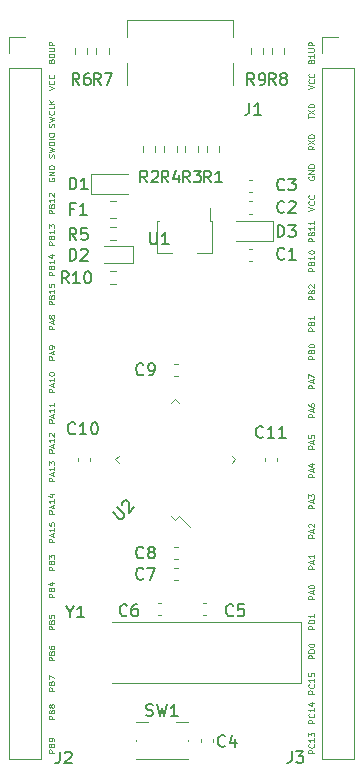
<source format=gto>
G04 #@! TF.GenerationSoftware,KiCad,Pcbnew,5.1.8+dfsg1-1~bpo10+1*
G04 #@! TF.CreationDate,2020-12-07T14:22:28+08:00*
G04 #@! TF.ProjectId,stm32-io-extend,73746d33-322d-4696-9f2d-657874656e64,rev?*
G04 #@! TF.SameCoordinates,PX7d21b10PY76ffde0*
G04 #@! TF.FileFunction,Legend,Top*
G04 #@! TF.FilePolarity,Positive*
%FSLAX46Y46*%
G04 Gerber Fmt 4.6, Leading zero omitted, Abs format (unit mm)*
G04 Created by KiCad (PCBNEW 5.1.8+dfsg1-1~bpo10+1) date 2020-12-07 14:22:28*
%MOMM*%
%LPD*%
G01*
G04 APERTURE LIST*
%ADD10C,0.100000*%
%ADD11C,0.120000*%
%ADD12C,0.150000*%
G04 APERTURE END LIST*
D10*
X26696190Y1422858D02*
X26196190Y1422858D01*
X26196190Y1613334D01*
X26220000Y1660953D01*
X26243809Y1684762D01*
X26291428Y1708572D01*
X26362857Y1708572D01*
X26410476Y1684762D01*
X26434285Y1660953D01*
X26458095Y1613334D01*
X26458095Y1422858D01*
X26648571Y2208572D02*
X26672380Y2184762D01*
X26696190Y2113334D01*
X26696190Y2065715D01*
X26672380Y1994286D01*
X26624761Y1946667D01*
X26577142Y1922858D01*
X26481904Y1899048D01*
X26410476Y1899048D01*
X26315238Y1922858D01*
X26267619Y1946667D01*
X26220000Y1994286D01*
X26196190Y2065715D01*
X26196190Y2113334D01*
X26220000Y2184762D01*
X26243809Y2208572D01*
X26696190Y2684762D02*
X26696190Y2399048D01*
X26696190Y2541905D02*
X26196190Y2541905D01*
X26267619Y2494286D01*
X26315238Y2446667D01*
X26339047Y2399048D01*
X26196190Y2851429D02*
X26196190Y3160953D01*
X26386666Y2994286D01*
X26386666Y3065715D01*
X26410476Y3113334D01*
X26434285Y3137143D01*
X26481904Y3160953D01*
X26600952Y3160953D01*
X26648571Y3137143D01*
X26672380Y3113334D01*
X26696190Y3065715D01*
X26696190Y2922858D01*
X26672380Y2875239D01*
X26648571Y2851429D01*
X26696190Y3992858D02*
X26196190Y3992858D01*
X26196190Y4183334D01*
X26220000Y4230953D01*
X26243809Y4254762D01*
X26291428Y4278572D01*
X26362857Y4278572D01*
X26410476Y4254762D01*
X26434285Y4230953D01*
X26458095Y4183334D01*
X26458095Y3992858D01*
X26648571Y4778572D02*
X26672380Y4754762D01*
X26696190Y4683334D01*
X26696190Y4635715D01*
X26672380Y4564286D01*
X26624761Y4516667D01*
X26577142Y4492858D01*
X26481904Y4469048D01*
X26410476Y4469048D01*
X26315238Y4492858D01*
X26267619Y4516667D01*
X26220000Y4564286D01*
X26196190Y4635715D01*
X26196190Y4683334D01*
X26220000Y4754762D01*
X26243809Y4778572D01*
X26696190Y5254762D02*
X26696190Y4969048D01*
X26696190Y5111905D02*
X26196190Y5111905D01*
X26267619Y5064286D01*
X26315238Y5016667D01*
X26339047Y4969048D01*
X26362857Y5683334D02*
X26696190Y5683334D01*
X26172380Y5564286D02*
X26529523Y5445239D01*
X26529523Y5754762D01*
X26696190Y6472858D02*
X26196190Y6472858D01*
X26196190Y6663334D01*
X26220000Y6710953D01*
X26243809Y6734762D01*
X26291428Y6758572D01*
X26362857Y6758572D01*
X26410476Y6734762D01*
X26434285Y6710953D01*
X26458095Y6663334D01*
X26458095Y6472858D01*
X26648571Y7258572D02*
X26672380Y7234762D01*
X26696190Y7163334D01*
X26696190Y7115715D01*
X26672380Y7044286D01*
X26624761Y6996667D01*
X26577142Y6972858D01*
X26481904Y6949048D01*
X26410476Y6949048D01*
X26315238Y6972858D01*
X26267619Y6996667D01*
X26220000Y7044286D01*
X26196190Y7115715D01*
X26196190Y7163334D01*
X26220000Y7234762D01*
X26243809Y7258572D01*
X26696190Y7734762D02*
X26696190Y7449048D01*
X26696190Y7591905D02*
X26196190Y7591905D01*
X26267619Y7544286D01*
X26315238Y7496667D01*
X26339047Y7449048D01*
X26196190Y8187143D02*
X26196190Y7949048D01*
X26434285Y7925239D01*
X26410476Y7949048D01*
X26386666Y7996667D01*
X26386666Y8115715D01*
X26410476Y8163334D01*
X26434285Y8187143D01*
X26481904Y8210953D01*
X26600952Y8210953D01*
X26648571Y8187143D01*
X26672380Y8163334D01*
X26696190Y8115715D01*
X26696190Y7996667D01*
X26672380Y7949048D01*
X26648571Y7925239D01*
X26696190Y9450953D02*
X26196190Y9450953D01*
X26196190Y9641429D01*
X26220000Y9689048D01*
X26243809Y9712858D01*
X26291428Y9736667D01*
X26362857Y9736667D01*
X26410476Y9712858D01*
X26434285Y9689048D01*
X26458095Y9641429D01*
X26458095Y9450953D01*
X26696190Y9950953D02*
X26196190Y9950953D01*
X26196190Y10070000D01*
X26220000Y10141429D01*
X26267619Y10189048D01*
X26315238Y10212858D01*
X26410476Y10236667D01*
X26481904Y10236667D01*
X26577142Y10212858D01*
X26624761Y10189048D01*
X26672380Y10141429D01*
X26696190Y10070000D01*
X26696190Y9950953D01*
X26196190Y10546191D02*
X26196190Y10593810D01*
X26220000Y10641429D01*
X26243809Y10665239D01*
X26291428Y10689048D01*
X26386666Y10712858D01*
X26505714Y10712858D01*
X26600952Y10689048D01*
X26648571Y10665239D01*
X26672380Y10641429D01*
X26696190Y10593810D01*
X26696190Y10546191D01*
X26672380Y10498572D01*
X26648571Y10474762D01*
X26600952Y10450953D01*
X26505714Y10427143D01*
X26386666Y10427143D01*
X26291428Y10450953D01*
X26243809Y10474762D01*
X26220000Y10498572D01*
X26196190Y10546191D01*
X26696190Y11940953D02*
X26196190Y11940953D01*
X26196190Y12131429D01*
X26220000Y12179048D01*
X26243809Y12202858D01*
X26291428Y12226667D01*
X26362857Y12226667D01*
X26410476Y12202858D01*
X26434285Y12179048D01*
X26458095Y12131429D01*
X26458095Y11940953D01*
X26696190Y12440953D02*
X26196190Y12440953D01*
X26196190Y12560000D01*
X26220000Y12631429D01*
X26267619Y12679048D01*
X26315238Y12702858D01*
X26410476Y12726667D01*
X26481904Y12726667D01*
X26577142Y12702858D01*
X26624761Y12679048D01*
X26672380Y12631429D01*
X26696190Y12560000D01*
X26696190Y12440953D01*
X26696190Y13202858D02*
X26696190Y12917143D01*
X26696190Y13060000D02*
X26196190Y13060000D01*
X26267619Y13012381D01*
X26315238Y12964762D01*
X26339047Y12917143D01*
X26696190Y14476667D02*
X26196190Y14476667D01*
X26196190Y14667143D01*
X26220000Y14714762D01*
X26243809Y14738572D01*
X26291428Y14762381D01*
X26362857Y14762381D01*
X26410476Y14738572D01*
X26434285Y14714762D01*
X26458095Y14667143D01*
X26458095Y14476667D01*
X26553333Y14952858D02*
X26553333Y15190953D01*
X26696190Y14905239D02*
X26196190Y15071905D01*
X26696190Y15238572D01*
X26196190Y15500477D02*
X26196190Y15548096D01*
X26220000Y15595715D01*
X26243809Y15619524D01*
X26291428Y15643334D01*
X26386666Y15667143D01*
X26505714Y15667143D01*
X26600952Y15643334D01*
X26648571Y15619524D01*
X26672380Y15595715D01*
X26696190Y15548096D01*
X26696190Y15500477D01*
X26672380Y15452858D01*
X26648571Y15429048D01*
X26600952Y15405239D01*
X26505714Y15381429D01*
X26386666Y15381429D01*
X26291428Y15405239D01*
X26243809Y15429048D01*
X26220000Y15452858D01*
X26196190Y15500477D01*
X26696190Y17036667D02*
X26196190Y17036667D01*
X26196190Y17227143D01*
X26220000Y17274762D01*
X26243809Y17298572D01*
X26291428Y17322381D01*
X26362857Y17322381D01*
X26410476Y17298572D01*
X26434285Y17274762D01*
X26458095Y17227143D01*
X26458095Y17036667D01*
X26553333Y17512858D02*
X26553333Y17750953D01*
X26696190Y17465239D02*
X26196190Y17631905D01*
X26696190Y17798572D01*
X26696190Y18227143D02*
X26696190Y17941429D01*
X26696190Y18084286D02*
X26196190Y18084286D01*
X26267619Y18036667D01*
X26315238Y17989048D01*
X26339047Y17941429D01*
X26696190Y19676667D02*
X26196190Y19676667D01*
X26196190Y19867143D01*
X26220000Y19914762D01*
X26243809Y19938572D01*
X26291428Y19962381D01*
X26362857Y19962381D01*
X26410476Y19938572D01*
X26434285Y19914762D01*
X26458095Y19867143D01*
X26458095Y19676667D01*
X26553333Y20152858D02*
X26553333Y20390953D01*
X26696190Y20105239D02*
X26196190Y20271905D01*
X26696190Y20438572D01*
X26243809Y20581429D02*
X26220000Y20605239D01*
X26196190Y20652858D01*
X26196190Y20771905D01*
X26220000Y20819524D01*
X26243809Y20843334D01*
X26291428Y20867143D01*
X26339047Y20867143D01*
X26410476Y20843334D01*
X26696190Y20557620D01*
X26696190Y20867143D01*
X26696190Y22156667D02*
X26196190Y22156667D01*
X26196190Y22347143D01*
X26220000Y22394762D01*
X26243809Y22418572D01*
X26291428Y22442381D01*
X26362857Y22442381D01*
X26410476Y22418572D01*
X26434285Y22394762D01*
X26458095Y22347143D01*
X26458095Y22156667D01*
X26553333Y22632858D02*
X26553333Y22870953D01*
X26696190Y22585239D02*
X26196190Y22751905D01*
X26696190Y22918572D01*
X26196190Y23037620D02*
X26196190Y23347143D01*
X26386666Y23180477D01*
X26386666Y23251905D01*
X26410476Y23299524D01*
X26434285Y23323334D01*
X26481904Y23347143D01*
X26600952Y23347143D01*
X26648571Y23323334D01*
X26672380Y23299524D01*
X26696190Y23251905D01*
X26696190Y23109048D01*
X26672380Y23061429D01*
X26648571Y23037620D01*
X26696190Y24786667D02*
X26196190Y24786667D01*
X26196190Y24977143D01*
X26220000Y25024762D01*
X26243809Y25048572D01*
X26291428Y25072381D01*
X26362857Y25072381D01*
X26410476Y25048572D01*
X26434285Y25024762D01*
X26458095Y24977143D01*
X26458095Y24786667D01*
X26553333Y25262858D02*
X26553333Y25500953D01*
X26696190Y25215239D02*
X26196190Y25381905D01*
X26696190Y25548572D01*
X26362857Y25929524D02*
X26696190Y25929524D01*
X26172380Y25810477D02*
X26529523Y25691429D01*
X26529523Y26000953D01*
X26696190Y27206667D02*
X26196190Y27206667D01*
X26196190Y27397143D01*
X26220000Y27444762D01*
X26243809Y27468572D01*
X26291428Y27492381D01*
X26362857Y27492381D01*
X26410476Y27468572D01*
X26434285Y27444762D01*
X26458095Y27397143D01*
X26458095Y27206667D01*
X26553333Y27682858D02*
X26553333Y27920953D01*
X26696190Y27635239D02*
X26196190Y27801905D01*
X26696190Y27968572D01*
X26196190Y28373334D02*
X26196190Y28135239D01*
X26434285Y28111429D01*
X26410476Y28135239D01*
X26386666Y28182858D01*
X26386666Y28301905D01*
X26410476Y28349524D01*
X26434285Y28373334D01*
X26481904Y28397143D01*
X26600952Y28397143D01*
X26648571Y28373334D01*
X26672380Y28349524D01*
X26696190Y28301905D01*
X26696190Y28182858D01*
X26672380Y28135239D01*
X26648571Y28111429D01*
X26696190Y29866667D02*
X26196190Y29866667D01*
X26196190Y30057143D01*
X26220000Y30104762D01*
X26243809Y30128572D01*
X26291428Y30152381D01*
X26362857Y30152381D01*
X26410476Y30128572D01*
X26434285Y30104762D01*
X26458095Y30057143D01*
X26458095Y29866667D01*
X26553333Y30342858D02*
X26553333Y30580953D01*
X26696190Y30295239D02*
X26196190Y30461905D01*
X26696190Y30628572D01*
X26196190Y31009524D02*
X26196190Y30914286D01*
X26220000Y30866667D01*
X26243809Y30842858D01*
X26315238Y30795239D01*
X26410476Y30771429D01*
X26600952Y30771429D01*
X26648571Y30795239D01*
X26672380Y30819048D01*
X26696190Y30866667D01*
X26696190Y30961905D01*
X26672380Y31009524D01*
X26648571Y31033334D01*
X26600952Y31057143D01*
X26481904Y31057143D01*
X26434285Y31033334D01*
X26410476Y31009524D01*
X26386666Y30961905D01*
X26386666Y30866667D01*
X26410476Y30819048D01*
X26434285Y30795239D01*
X26481904Y30771429D01*
X26696190Y32316667D02*
X26196190Y32316667D01*
X26196190Y32507143D01*
X26220000Y32554762D01*
X26243809Y32578572D01*
X26291428Y32602381D01*
X26362857Y32602381D01*
X26410476Y32578572D01*
X26434285Y32554762D01*
X26458095Y32507143D01*
X26458095Y32316667D01*
X26553333Y32792858D02*
X26553333Y33030953D01*
X26696190Y32745239D02*
X26196190Y32911905D01*
X26696190Y33078572D01*
X26196190Y33197620D02*
X26196190Y33530953D01*
X26696190Y33316667D01*
X26696190Y34800953D02*
X26196190Y34800953D01*
X26196190Y34991429D01*
X26220000Y35039048D01*
X26243809Y35062858D01*
X26291428Y35086667D01*
X26362857Y35086667D01*
X26410476Y35062858D01*
X26434285Y35039048D01*
X26458095Y34991429D01*
X26458095Y34800953D01*
X26434285Y35467620D02*
X26458095Y35539048D01*
X26481904Y35562858D01*
X26529523Y35586667D01*
X26600952Y35586667D01*
X26648571Y35562858D01*
X26672380Y35539048D01*
X26696190Y35491429D01*
X26696190Y35300953D01*
X26196190Y35300953D01*
X26196190Y35467620D01*
X26220000Y35515239D01*
X26243809Y35539048D01*
X26291428Y35562858D01*
X26339047Y35562858D01*
X26386666Y35539048D01*
X26410476Y35515239D01*
X26434285Y35467620D01*
X26434285Y35300953D01*
X26196190Y35896191D02*
X26196190Y35943810D01*
X26220000Y35991429D01*
X26243809Y36015239D01*
X26291428Y36039048D01*
X26386666Y36062858D01*
X26505714Y36062858D01*
X26600952Y36039048D01*
X26648571Y36015239D01*
X26672380Y35991429D01*
X26696190Y35943810D01*
X26696190Y35896191D01*
X26672380Y35848572D01*
X26648571Y35824762D01*
X26600952Y35800953D01*
X26505714Y35777143D01*
X26386666Y35777143D01*
X26291428Y35800953D01*
X26243809Y35824762D01*
X26220000Y35848572D01*
X26196190Y35896191D01*
X26696190Y37190953D02*
X26196190Y37190953D01*
X26196190Y37381429D01*
X26220000Y37429048D01*
X26243809Y37452858D01*
X26291428Y37476667D01*
X26362857Y37476667D01*
X26410476Y37452858D01*
X26434285Y37429048D01*
X26458095Y37381429D01*
X26458095Y37190953D01*
X26434285Y37857620D02*
X26458095Y37929048D01*
X26481904Y37952858D01*
X26529523Y37976667D01*
X26600952Y37976667D01*
X26648571Y37952858D01*
X26672380Y37929048D01*
X26696190Y37881429D01*
X26696190Y37690953D01*
X26196190Y37690953D01*
X26196190Y37857620D01*
X26220000Y37905239D01*
X26243809Y37929048D01*
X26291428Y37952858D01*
X26339047Y37952858D01*
X26386666Y37929048D01*
X26410476Y37905239D01*
X26434285Y37857620D01*
X26434285Y37690953D01*
X26696190Y38452858D02*
X26696190Y38167143D01*
X26696190Y38310000D02*
X26196190Y38310000D01*
X26267619Y38262381D01*
X26315238Y38214762D01*
X26339047Y38167143D01*
X26696190Y39850953D02*
X26196190Y39850953D01*
X26196190Y40041429D01*
X26220000Y40089048D01*
X26243809Y40112858D01*
X26291428Y40136667D01*
X26362857Y40136667D01*
X26410476Y40112858D01*
X26434285Y40089048D01*
X26458095Y40041429D01*
X26458095Y39850953D01*
X26434285Y40517620D02*
X26458095Y40589048D01*
X26481904Y40612858D01*
X26529523Y40636667D01*
X26600952Y40636667D01*
X26648571Y40612858D01*
X26672380Y40589048D01*
X26696190Y40541429D01*
X26696190Y40350953D01*
X26196190Y40350953D01*
X26196190Y40517620D01*
X26220000Y40565239D01*
X26243809Y40589048D01*
X26291428Y40612858D01*
X26339047Y40612858D01*
X26386666Y40589048D01*
X26410476Y40565239D01*
X26434285Y40517620D01*
X26434285Y40350953D01*
X26243809Y40827143D02*
X26220000Y40850953D01*
X26196190Y40898572D01*
X26196190Y41017620D01*
X26220000Y41065239D01*
X26243809Y41089048D01*
X26291428Y41112858D01*
X26339047Y41112858D01*
X26410476Y41089048D01*
X26696190Y40803334D01*
X26696190Y41112858D01*
X26696190Y42262858D02*
X26196190Y42262858D01*
X26196190Y42453334D01*
X26220000Y42500953D01*
X26243809Y42524762D01*
X26291428Y42548572D01*
X26362857Y42548572D01*
X26410476Y42524762D01*
X26434285Y42500953D01*
X26458095Y42453334D01*
X26458095Y42262858D01*
X26434285Y42929524D02*
X26458095Y43000953D01*
X26481904Y43024762D01*
X26529523Y43048572D01*
X26600952Y43048572D01*
X26648571Y43024762D01*
X26672380Y43000953D01*
X26696190Y42953334D01*
X26696190Y42762858D01*
X26196190Y42762858D01*
X26196190Y42929524D01*
X26220000Y42977143D01*
X26243809Y43000953D01*
X26291428Y43024762D01*
X26339047Y43024762D01*
X26386666Y43000953D01*
X26410476Y42977143D01*
X26434285Y42929524D01*
X26434285Y42762858D01*
X26696190Y43524762D02*
X26696190Y43239048D01*
X26696190Y43381905D02*
X26196190Y43381905D01*
X26267619Y43334286D01*
X26315238Y43286667D01*
X26339047Y43239048D01*
X26196190Y43834286D02*
X26196190Y43881905D01*
X26220000Y43929524D01*
X26243809Y43953334D01*
X26291428Y43977143D01*
X26386666Y44000953D01*
X26505714Y44000953D01*
X26600952Y43977143D01*
X26648571Y43953334D01*
X26672380Y43929524D01*
X26696190Y43881905D01*
X26696190Y43834286D01*
X26672380Y43786667D01*
X26648571Y43762858D01*
X26600952Y43739048D01*
X26505714Y43715239D01*
X26386666Y43715239D01*
X26291428Y43739048D01*
X26243809Y43762858D01*
X26220000Y43786667D01*
X26196190Y43834286D01*
X26696190Y44762858D02*
X26196190Y44762858D01*
X26196190Y44953334D01*
X26220000Y45000953D01*
X26243809Y45024762D01*
X26291428Y45048572D01*
X26362857Y45048572D01*
X26410476Y45024762D01*
X26434285Y45000953D01*
X26458095Y44953334D01*
X26458095Y44762858D01*
X26434285Y45429524D02*
X26458095Y45500953D01*
X26481904Y45524762D01*
X26529523Y45548572D01*
X26600952Y45548572D01*
X26648571Y45524762D01*
X26672380Y45500953D01*
X26696190Y45453334D01*
X26696190Y45262858D01*
X26196190Y45262858D01*
X26196190Y45429524D01*
X26220000Y45477143D01*
X26243809Y45500953D01*
X26291428Y45524762D01*
X26339047Y45524762D01*
X26386666Y45500953D01*
X26410476Y45477143D01*
X26434285Y45429524D01*
X26434285Y45262858D01*
X26696190Y46024762D02*
X26696190Y45739048D01*
X26696190Y45881905D02*
X26196190Y45881905D01*
X26267619Y45834286D01*
X26315238Y45786667D01*
X26339047Y45739048D01*
X26696190Y46500953D02*
X26696190Y46215239D01*
X26696190Y46358096D02*
X26196190Y46358096D01*
X26267619Y46310477D01*
X26315238Y46262858D01*
X26339047Y46215239D01*
X26196190Y47373334D02*
X26696190Y47540000D01*
X26196190Y47706667D01*
X26648571Y48159048D02*
X26672380Y48135239D01*
X26696190Y48063810D01*
X26696190Y48016191D01*
X26672380Y47944762D01*
X26624761Y47897143D01*
X26577142Y47873334D01*
X26481904Y47849524D01*
X26410476Y47849524D01*
X26315238Y47873334D01*
X26267619Y47897143D01*
X26220000Y47944762D01*
X26196190Y48016191D01*
X26196190Y48063810D01*
X26220000Y48135239D01*
X26243809Y48159048D01*
X26648571Y48659048D02*
X26672380Y48635239D01*
X26696190Y48563810D01*
X26696190Y48516191D01*
X26672380Y48444762D01*
X26624761Y48397143D01*
X26577142Y48373334D01*
X26481904Y48349524D01*
X26410476Y48349524D01*
X26315238Y48373334D01*
X26267619Y48397143D01*
X26220000Y48444762D01*
X26196190Y48516191D01*
X26196190Y48563810D01*
X26220000Y48635239D01*
X26243809Y48659048D01*
X26220000Y50249048D02*
X26196190Y50201429D01*
X26196190Y50130000D01*
X26220000Y50058572D01*
X26267619Y50010953D01*
X26315238Y49987143D01*
X26410476Y49963334D01*
X26481904Y49963334D01*
X26577142Y49987143D01*
X26624761Y50010953D01*
X26672380Y50058572D01*
X26696190Y50130000D01*
X26696190Y50177620D01*
X26672380Y50249048D01*
X26648571Y50272858D01*
X26481904Y50272858D01*
X26481904Y50177620D01*
X26696190Y50487143D02*
X26196190Y50487143D01*
X26696190Y50772858D01*
X26196190Y50772858D01*
X26696190Y51010953D02*
X26196190Y51010953D01*
X26196190Y51130000D01*
X26220000Y51201429D01*
X26267619Y51249048D01*
X26315238Y51272858D01*
X26410476Y51296667D01*
X26481904Y51296667D01*
X26577142Y51272858D01*
X26624761Y51249048D01*
X26672380Y51201429D01*
X26696190Y51130000D01*
X26696190Y51010953D01*
X26696190Y52846667D02*
X26458095Y52680000D01*
X26696190Y52560953D02*
X26196190Y52560953D01*
X26196190Y52751429D01*
X26220000Y52799048D01*
X26243809Y52822858D01*
X26291428Y52846667D01*
X26362857Y52846667D01*
X26410476Y52822858D01*
X26434285Y52799048D01*
X26458095Y52751429D01*
X26458095Y52560953D01*
X26196190Y53013334D02*
X26696190Y53346667D01*
X26196190Y53346667D02*
X26696190Y53013334D01*
X26696190Y53537143D02*
X26196190Y53537143D01*
X26196190Y53656191D01*
X26220000Y53727620D01*
X26267619Y53775239D01*
X26315238Y53799048D01*
X26410476Y53822858D01*
X26481904Y53822858D01*
X26577142Y53799048D01*
X26624761Y53775239D01*
X26672380Y53727620D01*
X26696190Y53656191D01*
X26696190Y53537143D01*
X26196190Y55169048D02*
X26196190Y55454762D01*
X26696190Y55311905D02*
X26196190Y55311905D01*
X26196190Y55573810D02*
X26696190Y55907143D01*
X26196190Y55907143D02*
X26696190Y55573810D01*
X26696190Y56097620D02*
X26196190Y56097620D01*
X26196190Y56216667D01*
X26220000Y56288096D01*
X26267619Y56335715D01*
X26315238Y56359524D01*
X26410476Y56383334D01*
X26481904Y56383334D01*
X26577142Y56359524D01*
X26624761Y56335715D01*
X26672380Y56288096D01*
X26696190Y56216667D01*
X26696190Y56097620D01*
X26196190Y57683334D02*
X26696190Y57850000D01*
X26196190Y58016667D01*
X26648571Y58469048D02*
X26672380Y58445239D01*
X26696190Y58373810D01*
X26696190Y58326191D01*
X26672380Y58254762D01*
X26624761Y58207143D01*
X26577142Y58183334D01*
X26481904Y58159524D01*
X26410476Y58159524D01*
X26315238Y58183334D01*
X26267619Y58207143D01*
X26220000Y58254762D01*
X26196190Y58326191D01*
X26196190Y58373810D01*
X26220000Y58445239D01*
X26243809Y58469048D01*
X26648571Y58969048D02*
X26672380Y58945239D01*
X26696190Y58873810D01*
X26696190Y58826191D01*
X26672380Y58754762D01*
X26624761Y58707143D01*
X26577142Y58683334D01*
X26481904Y58659524D01*
X26410476Y58659524D01*
X26315238Y58683334D01*
X26267619Y58707143D01*
X26220000Y58754762D01*
X26196190Y58826191D01*
X26196190Y58873810D01*
X26220000Y58945239D01*
X26243809Y58969048D01*
X26434285Y60015715D02*
X26458095Y60087143D01*
X26481904Y60110953D01*
X26529523Y60134762D01*
X26600952Y60134762D01*
X26648571Y60110953D01*
X26672380Y60087143D01*
X26696190Y60039524D01*
X26696190Y59849048D01*
X26196190Y59849048D01*
X26196190Y60015715D01*
X26220000Y60063334D01*
X26243809Y60087143D01*
X26291428Y60110953D01*
X26339047Y60110953D01*
X26386666Y60087143D01*
X26410476Y60063334D01*
X26434285Y60015715D01*
X26434285Y59849048D01*
X26696190Y60610953D02*
X26696190Y60325239D01*
X26696190Y60468096D02*
X26196190Y60468096D01*
X26267619Y60420477D01*
X26315238Y60372858D01*
X26339047Y60325239D01*
X26196190Y60825239D02*
X26600952Y60825239D01*
X26648571Y60849048D01*
X26672380Y60872858D01*
X26696190Y60920477D01*
X26696190Y61015715D01*
X26672380Y61063334D01*
X26648571Y61087143D01*
X26600952Y61110953D01*
X26196190Y61110953D01*
X26696190Y61349048D02*
X26196190Y61349048D01*
X26196190Y61539524D01*
X26220000Y61587143D01*
X26243809Y61610953D01*
X26291428Y61634762D01*
X26362857Y61634762D01*
X26410476Y61610953D01*
X26434285Y61587143D01*
X26458095Y61539524D01*
X26458095Y61349048D01*
X4686190Y1460953D02*
X4186190Y1460953D01*
X4186190Y1651429D01*
X4210000Y1699048D01*
X4233809Y1722858D01*
X4281428Y1746667D01*
X4352857Y1746667D01*
X4400476Y1722858D01*
X4424285Y1699048D01*
X4448095Y1651429D01*
X4448095Y1460953D01*
X4424285Y2127620D02*
X4448095Y2199048D01*
X4471904Y2222858D01*
X4519523Y2246667D01*
X4590952Y2246667D01*
X4638571Y2222858D01*
X4662380Y2199048D01*
X4686190Y2151429D01*
X4686190Y1960953D01*
X4186190Y1960953D01*
X4186190Y2127620D01*
X4210000Y2175239D01*
X4233809Y2199048D01*
X4281428Y2222858D01*
X4329047Y2222858D01*
X4376666Y2199048D01*
X4400476Y2175239D01*
X4424285Y2127620D01*
X4424285Y1960953D01*
X4686190Y2484762D02*
X4686190Y2580000D01*
X4662380Y2627620D01*
X4638571Y2651429D01*
X4567142Y2699048D01*
X4471904Y2722858D01*
X4281428Y2722858D01*
X4233809Y2699048D01*
X4210000Y2675239D01*
X4186190Y2627620D01*
X4186190Y2532381D01*
X4210000Y2484762D01*
X4233809Y2460953D01*
X4281428Y2437143D01*
X4400476Y2437143D01*
X4448095Y2460953D01*
X4471904Y2484762D01*
X4495714Y2532381D01*
X4495714Y2627620D01*
X4471904Y2675239D01*
X4448095Y2699048D01*
X4400476Y2722858D01*
X4686190Y4300953D02*
X4186190Y4300953D01*
X4186190Y4491429D01*
X4210000Y4539048D01*
X4233809Y4562858D01*
X4281428Y4586667D01*
X4352857Y4586667D01*
X4400476Y4562858D01*
X4424285Y4539048D01*
X4448095Y4491429D01*
X4448095Y4300953D01*
X4424285Y4967620D02*
X4448095Y5039048D01*
X4471904Y5062858D01*
X4519523Y5086667D01*
X4590952Y5086667D01*
X4638571Y5062858D01*
X4662380Y5039048D01*
X4686190Y4991429D01*
X4686190Y4800953D01*
X4186190Y4800953D01*
X4186190Y4967620D01*
X4210000Y5015239D01*
X4233809Y5039048D01*
X4281428Y5062858D01*
X4329047Y5062858D01*
X4376666Y5039048D01*
X4400476Y5015239D01*
X4424285Y4967620D01*
X4424285Y4800953D01*
X4400476Y5372381D02*
X4376666Y5324762D01*
X4352857Y5300953D01*
X4305238Y5277143D01*
X4281428Y5277143D01*
X4233809Y5300953D01*
X4210000Y5324762D01*
X4186190Y5372381D01*
X4186190Y5467620D01*
X4210000Y5515239D01*
X4233809Y5539048D01*
X4281428Y5562858D01*
X4305238Y5562858D01*
X4352857Y5539048D01*
X4376666Y5515239D01*
X4400476Y5467620D01*
X4400476Y5372381D01*
X4424285Y5324762D01*
X4448095Y5300953D01*
X4495714Y5277143D01*
X4590952Y5277143D01*
X4638571Y5300953D01*
X4662380Y5324762D01*
X4686190Y5372381D01*
X4686190Y5467620D01*
X4662380Y5515239D01*
X4638571Y5539048D01*
X4590952Y5562858D01*
X4495714Y5562858D01*
X4448095Y5539048D01*
X4424285Y5515239D01*
X4400476Y5467620D01*
X4686190Y6720953D02*
X4186190Y6720953D01*
X4186190Y6911429D01*
X4210000Y6959048D01*
X4233809Y6982858D01*
X4281428Y7006667D01*
X4352857Y7006667D01*
X4400476Y6982858D01*
X4424285Y6959048D01*
X4448095Y6911429D01*
X4448095Y6720953D01*
X4424285Y7387620D02*
X4448095Y7459048D01*
X4471904Y7482858D01*
X4519523Y7506667D01*
X4590952Y7506667D01*
X4638571Y7482858D01*
X4662380Y7459048D01*
X4686190Y7411429D01*
X4686190Y7220953D01*
X4186190Y7220953D01*
X4186190Y7387620D01*
X4210000Y7435239D01*
X4233809Y7459048D01*
X4281428Y7482858D01*
X4329047Y7482858D01*
X4376666Y7459048D01*
X4400476Y7435239D01*
X4424285Y7387620D01*
X4424285Y7220953D01*
X4186190Y7673334D02*
X4186190Y8006667D01*
X4686190Y7792381D01*
X4686190Y9280953D02*
X4186190Y9280953D01*
X4186190Y9471429D01*
X4210000Y9519048D01*
X4233809Y9542858D01*
X4281428Y9566667D01*
X4352857Y9566667D01*
X4400476Y9542858D01*
X4424285Y9519048D01*
X4448095Y9471429D01*
X4448095Y9280953D01*
X4424285Y9947620D02*
X4448095Y10019048D01*
X4471904Y10042858D01*
X4519523Y10066667D01*
X4590952Y10066667D01*
X4638571Y10042858D01*
X4662380Y10019048D01*
X4686190Y9971429D01*
X4686190Y9780953D01*
X4186190Y9780953D01*
X4186190Y9947620D01*
X4210000Y9995239D01*
X4233809Y10019048D01*
X4281428Y10042858D01*
X4329047Y10042858D01*
X4376666Y10019048D01*
X4400476Y9995239D01*
X4424285Y9947620D01*
X4424285Y9780953D01*
X4186190Y10495239D02*
X4186190Y10400000D01*
X4210000Y10352381D01*
X4233809Y10328572D01*
X4305238Y10280953D01*
X4400476Y10257143D01*
X4590952Y10257143D01*
X4638571Y10280953D01*
X4662380Y10304762D01*
X4686190Y10352381D01*
X4686190Y10447620D01*
X4662380Y10495239D01*
X4638571Y10519048D01*
X4590952Y10542858D01*
X4471904Y10542858D01*
X4424285Y10519048D01*
X4400476Y10495239D01*
X4376666Y10447620D01*
X4376666Y10352381D01*
X4400476Y10304762D01*
X4424285Y10280953D01*
X4471904Y10257143D01*
X4686190Y11900953D02*
X4186190Y11900953D01*
X4186190Y12091429D01*
X4210000Y12139048D01*
X4233809Y12162858D01*
X4281428Y12186667D01*
X4352857Y12186667D01*
X4400476Y12162858D01*
X4424285Y12139048D01*
X4448095Y12091429D01*
X4448095Y11900953D01*
X4424285Y12567620D02*
X4448095Y12639048D01*
X4471904Y12662858D01*
X4519523Y12686667D01*
X4590952Y12686667D01*
X4638571Y12662858D01*
X4662380Y12639048D01*
X4686190Y12591429D01*
X4686190Y12400953D01*
X4186190Y12400953D01*
X4186190Y12567620D01*
X4210000Y12615239D01*
X4233809Y12639048D01*
X4281428Y12662858D01*
X4329047Y12662858D01*
X4376666Y12639048D01*
X4400476Y12615239D01*
X4424285Y12567620D01*
X4424285Y12400953D01*
X4186190Y13139048D02*
X4186190Y12900953D01*
X4424285Y12877143D01*
X4400476Y12900953D01*
X4376666Y12948572D01*
X4376666Y13067620D01*
X4400476Y13115239D01*
X4424285Y13139048D01*
X4471904Y13162858D01*
X4590952Y13162858D01*
X4638571Y13139048D01*
X4662380Y13115239D01*
X4686190Y13067620D01*
X4686190Y12948572D01*
X4662380Y12900953D01*
X4638571Y12877143D01*
X4686190Y14660953D02*
X4186190Y14660953D01*
X4186190Y14851429D01*
X4210000Y14899048D01*
X4233809Y14922858D01*
X4281428Y14946667D01*
X4352857Y14946667D01*
X4400476Y14922858D01*
X4424285Y14899048D01*
X4448095Y14851429D01*
X4448095Y14660953D01*
X4424285Y15327620D02*
X4448095Y15399048D01*
X4471904Y15422858D01*
X4519523Y15446667D01*
X4590952Y15446667D01*
X4638571Y15422858D01*
X4662380Y15399048D01*
X4686190Y15351429D01*
X4686190Y15160953D01*
X4186190Y15160953D01*
X4186190Y15327620D01*
X4210000Y15375239D01*
X4233809Y15399048D01*
X4281428Y15422858D01*
X4329047Y15422858D01*
X4376666Y15399048D01*
X4400476Y15375239D01*
X4424285Y15327620D01*
X4424285Y15160953D01*
X4352857Y15875239D02*
X4686190Y15875239D01*
X4162380Y15756191D02*
X4519523Y15637143D01*
X4519523Y15946667D01*
X4686190Y16940953D02*
X4186190Y16940953D01*
X4186190Y17131429D01*
X4210000Y17179048D01*
X4233809Y17202858D01*
X4281428Y17226667D01*
X4352857Y17226667D01*
X4400476Y17202858D01*
X4424285Y17179048D01*
X4448095Y17131429D01*
X4448095Y16940953D01*
X4424285Y17607620D02*
X4448095Y17679048D01*
X4471904Y17702858D01*
X4519523Y17726667D01*
X4590952Y17726667D01*
X4638571Y17702858D01*
X4662380Y17679048D01*
X4686190Y17631429D01*
X4686190Y17440953D01*
X4186190Y17440953D01*
X4186190Y17607620D01*
X4210000Y17655239D01*
X4233809Y17679048D01*
X4281428Y17702858D01*
X4329047Y17702858D01*
X4376666Y17679048D01*
X4400476Y17655239D01*
X4424285Y17607620D01*
X4424285Y17440953D01*
X4186190Y17893334D02*
X4186190Y18202858D01*
X4376666Y18036191D01*
X4376666Y18107620D01*
X4400476Y18155239D01*
X4424285Y18179048D01*
X4471904Y18202858D01*
X4590952Y18202858D01*
X4638571Y18179048D01*
X4662380Y18155239D01*
X4686190Y18107620D01*
X4686190Y17964762D01*
X4662380Y17917143D01*
X4638571Y17893334D01*
X4686190Y19308572D02*
X4186190Y19308572D01*
X4186190Y19499048D01*
X4210000Y19546667D01*
X4233809Y19570477D01*
X4281428Y19594286D01*
X4352857Y19594286D01*
X4400476Y19570477D01*
X4424285Y19546667D01*
X4448095Y19499048D01*
X4448095Y19308572D01*
X4543333Y19784762D02*
X4543333Y20022858D01*
X4686190Y19737143D02*
X4186190Y19903810D01*
X4686190Y20070477D01*
X4686190Y20499048D02*
X4686190Y20213334D01*
X4686190Y20356191D02*
X4186190Y20356191D01*
X4257619Y20308572D01*
X4305238Y20260953D01*
X4329047Y20213334D01*
X4186190Y20951429D02*
X4186190Y20713334D01*
X4424285Y20689524D01*
X4400476Y20713334D01*
X4376666Y20760953D01*
X4376666Y20880000D01*
X4400476Y20927620D01*
X4424285Y20951429D01*
X4471904Y20975239D01*
X4590952Y20975239D01*
X4638571Y20951429D01*
X4662380Y20927620D01*
X4686190Y20880000D01*
X4686190Y20760953D01*
X4662380Y20713334D01*
X4638571Y20689524D01*
X4686190Y21718572D02*
X4186190Y21718572D01*
X4186190Y21909048D01*
X4210000Y21956667D01*
X4233809Y21980477D01*
X4281428Y22004286D01*
X4352857Y22004286D01*
X4400476Y21980477D01*
X4424285Y21956667D01*
X4448095Y21909048D01*
X4448095Y21718572D01*
X4543333Y22194762D02*
X4543333Y22432858D01*
X4686190Y22147143D02*
X4186190Y22313810D01*
X4686190Y22480477D01*
X4686190Y22909048D02*
X4686190Y22623334D01*
X4686190Y22766191D02*
X4186190Y22766191D01*
X4257619Y22718572D01*
X4305238Y22670953D01*
X4329047Y22623334D01*
X4352857Y23337620D02*
X4686190Y23337620D01*
X4162380Y23218572D02*
X4519523Y23099524D01*
X4519523Y23409048D01*
X4686190Y24458572D02*
X4186190Y24458572D01*
X4186190Y24649048D01*
X4210000Y24696667D01*
X4233809Y24720477D01*
X4281428Y24744286D01*
X4352857Y24744286D01*
X4400476Y24720477D01*
X4424285Y24696667D01*
X4448095Y24649048D01*
X4448095Y24458572D01*
X4543333Y24934762D02*
X4543333Y25172858D01*
X4686190Y24887143D02*
X4186190Y25053810D01*
X4686190Y25220477D01*
X4686190Y25649048D02*
X4686190Y25363334D01*
X4686190Y25506191D02*
X4186190Y25506191D01*
X4257619Y25458572D01*
X4305238Y25410953D01*
X4329047Y25363334D01*
X4186190Y25815715D02*
X4186190Y26125239D01*
X4376666Y25958572D01*
X4376666Y26030000D01*
X4400476Y26077620D01*
X4424285Y26101429D01*
X4471904Y26125239D01*
X4590952Y26125239D01*
X4638571Y26101429D01*
X4662380Y26077620D01*
X4686190Y26030000D01*
X4686190Y25887143D01*
X4662380Y25839524D01*
X4638571Y25815715D01*
X4686190Y26878572D02*
X4186190Y26878572D01*
X4186190Y27069048D01*
X4210000Y27116667D01*
X4233809Y27140477D01*
X4281428Y27164286D01*
X4352857Y27164286D01*
X4400476Y27140477D01*
X4424285Y27116667D01*
X4448095Y27069048D01*
X4448095Y26878572D01*
X4543333Y27354762D02*
X4543333Y27592858D01*
X4686190Y27307143D02*
X4186190Y27473810D01*
X4686190Y27640477D01*
X4686190Y28069048D02*
X4686190Y27783334D01*
X4686190Y27926191D02*
X4186190Y27926191D01*
X4257619Y27878572D01*
X4305238Y27830953D01*
X4329047Y27783334D01*
X4233809Y28259524D02*
X4210000Y28283334D01*
X4186190Y28330953D01*
X4186190Y28450000D01*
X4210000Y28497620D01*
X4233809Y28521429D01*
X4281428Y28545239D01*
X4329047Y28545239D01*
X4400476Y28521429D01*
X4686190Y28235715D01*
X4686190Y28545239D01*
X4686190Y29418572D02*
X4186190Y29418572D01*
X4186190Y29609048D01*
X4210000Y29656667D01*
X4233809Y29680477D01*
X4281428Y29704286D01*
X4352857Y29704286D01*
X4400476Y29680477D01*
X4424285Y29656667D01*
X4448095Y29609048D01*
X4448095Y29418572D01*
X4543333Y29894762D02*
X4543333Y30132858D01*
X4686190Y29847143D02*
X4186190Y30013810D01*
X4686190Y30180477D01*
X4686190Y30609048D02*
X4686190Y30323334D01*
X4686190Y30466191D02*
X4186190Y30466191D01*
X4257619Y30418572D01*
X4305238Y30370953D01*
X4329047Y30323334D01*
X4686190Y31085239D02*
X4686190Y30799524D01*
X4686190Y30942381D02*
X4186190Y30942381D01*
X4257619Y30894762D01*
X4305238Y30847143D01*
X4329047Y30799524D01*
X4686190Y32018572D02*
X4186190Y32018572D01*
X4186190Y32209048D01*
X4210000Y32256667D01*
X4233809Y32280477D01*
X4281428Y32304286D01*
X4352857Y32304286D01*
X4400476Y32280477D01*
X4424285Y32256667D01*
X4448095Y32209048D01*
X4448095Y32018572D01*
X4543333Y32494762D02*
X4543333Y32732858D01*
X4686190Y32447143D02*
X4186190Y32613810D01*
X4686190Y32780477D01*
X4686190Y33209048D02*
X4686190Y32923334D01*
X4686190Y33066191D02*
X4186190Y33066191D01*
X4257619Y33018572D01*
X4305238Y32970953D01*
X4329047Y32923334D01*
X4186190Y33518572D02*
X4186190Y33566191D01*
X4210000Y33613810D01*
X4233809Y33637620D01*
X4281428Y33661429D01*
X4376666Y33685239D01*
X4495714Y33685239D01*
X4590952Y33661429D01*
X4638571Y33637620D01*
X4662380Y33613810D01*
X4686190Y33566191D01*
X4686190Y33518572D01*
X4662380Y33470953D01*
X4638571Y33447143D01*
X4590952Y33423334D01*
X4495714Y33399524D01*
X4376666Y33399524D01*
X4281428Y33423334D01*
X4233809Y33447143D01*
X4210000Y33470953D01*
X4186190Y33518572D01*
X4686190Y34756667D02*
X4186190Y34756667D01*
X4186190Y34947143D01*
X4210000Y34994762D01*
X4233809Y35018572D01*
X4281428Y35042381D01*
X4352857Y35042381D01*
X4400476Y35018572D01*
X4424285Y34994762D01*
X4448095Y34947143D01*
X4448095Y34756667D01*
X4543333Y35232858D02*
X4543333Y35470953D01*
X4686190Y35185239D02*
X4186190Y35351905D01*
X4686190Y35518572D01*
X4686190Y35709048D02*
X4686190Y35804286D01*
X4662380Y35851905D01*
X4638571Y35875715D01*
X4567142Y35923334D01*
X4471904Y35947143D01*
X4281428Y35947143D01*
X4233809Y35923334D01*
X4210000Y35899524D01*
X4186190Y35851905D01*
X4186190Y35756667D01*
X4210000Y35709048D01*
X4233809Y35685239D01*
X4281428Y35661429D01*
X4400476Y35661429D01*
X4448095Y35685239D01*
X4471904Y35709048D01*
X4495714Y35756667D01*
X4495714Y35851905D01*
X4471904Y35899524D01*
X4448095Y35923334D01*
X4400476Y35947143D01*
X4686190Y37326667D02*
X4186190Y37326667D01*
X4186190Y37517143D01*
X4210000Y37564762D01*
X4233809Y37588572D01*
X4281428Y37612381D01*
X4352857Y37612381D01*
X4400476Y37588572D01*
X4424285Y37564762D01*
X4448095Y37517143D01*
X4448095Y37326667D01*
X4543333Y37802858D02*
X4543333Y38040953D01*
X4686190Y37755239D02*
X4186190Y37921905D01*
X4686190Y38088572D01*
X4400476Y38326667D02*
X4376666Y38279048D01*
X4352857Y38255239D01*
X4305238Y38231429D01*
X4281428Y38231429D01*
X4233809Y38255239D01*
X4210000Y38279048D01*
X4186190Y38326667D01*
X4186190Y38421905D01*
X4210000Y38469524D01*
X4233809Y38493334D01*
X4281428Y38517143D01*
X4305238Y38517143D01*
X4352857Y38493334D01*
X4376666Y38469524D01*
X4400476Y38421905D01*
X4400476Y38326667D01*
X4424285Y38279048D01*
X4448095Y38255239D01*
X4495714Y38231429D01*
X4590952Y38231429D01*
X4638571Y38255239D01*
X4662380Y38279048D01*
X4686190Y38326667D01*
X4686190Y38421905D01*
X4662380Y38469524D01*
X4638571Y38493334D01*
X4590952Y38517143D01*
X4495714Y38517143D01*
X4448095Y38493334D01*
X4424285Y38469524D01*
X4400476Y38421905D01*
X4686190Y39422858D02*
X4186190Y39422858D01*
X4186190Y39613334D01*
X4210000Y39660953D01*
X4233809Y39684762D01*
X4281428Y39708572D01*
X4352857Y39708572D01*
X4400476Y39684762D01*
X4424285Y39660953D01*
X4448095Y39613334D01*
X4448095Y39422858D01*
X4424285Y40089524D02*
X4448095Y40160953D01*
X4471904Y40184762D01*
X4519523Y40208572D01*
X4590952Y40208572D01*
X4638571Y40184762D01*
X4662380Y40160953D01*
X4686190Y40113334D01*
X4686190Y39922858D01*
X4186190Y39922858D01*
X4186190Y40089524D01*
X4210000Y40137143D01*
X4233809Y40160953D01*
X4281428Y40184762D01*
X4329047Y40184762D01*
X4376666Y40160953D01*
X4400476Y40137143D01*
X4424285Y40089524D01*
X4424285Y39922858D01*
X4686190Y40684762D02*
X4686190Y40399048D01*
X4686190Y40541905D02*
X4186190Y40541905D01*
X4257619Y40494286D01*
X4305238Y40446667D01*
X4329047Y40399048D01*
X4186190Y41137143D02*
X4186190Y40899048D01*
X4424285Y40875239D01*
X4400476Y40899048D01*
X4376666Y40946667D01*
X4376666Y41065715D01*
X4400476Y41113334D01*
X4424285Y41137143D01*
X4471904Y41160953D01*
X4590952Y41160953D01*
X4638571Y41137143D01*
X4662380Y41113334D01*
X4686190Y41065715D01*
X4686190Y40946667D01*
X4662380Y40899048D01*
X4638571Y40875239D01*
X4686190Y41922858D02*
X4186190Y41922858D01*
X4186190Y42113334D01*
X4210000Y42160953D01*
X4233809Y42184762D01*
X4281428Y42208572D01*
X4352857Y42208572D01*
X4400476Y42184762D01*
X4424285Y42160953D01*
X4448095Y42113334D01*
X4448095Y41922858D01*
X4424285Y42589524D02*
X4448095Y42660953D01*
X4471904Y42684762D01*
X4519523Y42708572D01*
X4590952Y42708572D01*
X4638571Y42684762D01*
X4662380Y42660953D01*
X4686190Y42613334D01*
X4686190Y42422858D01*
X4186190Y42422858D01*
X4186190Y42589524D01*
X4210000Y42637143D01*
X4233809Y42660953D01*
X4281428Y42684762D01*
X4329047Y42684762D01*
X4376666Y42660953D01*
X4400476Y42637143D01*
X4424285Y42589524D01*
X4424285Y42422858D01*
X4686190Y43184762D02*
X4686190Y42899048D01*
X4686190Y43041905D02*
X4186190Y43041905D01*
X4257619Y42994286D01*
X4305238Y42946667D01*
X4329047Y42899048D01*
X4352857Y43613334D02*
X4686190Y43613334D01*
X4162380Y43494286D02*
X4519523Y43375239D01*
X4519523Y43684762D01*
X4686190Y44472858D02*
X4186190Y44472858D01*
X4186190Y44663334D01*
X4210000Y44710953D01*
X4233809Y44734762D01*
X4281428Y44758572D01*
X4352857Y44758572D01*
X4400476Y44734762D01*
X4424285Y44710953D01*
X4448095Y44663334D01*
X4448095Y44472858D01*
X4424285Y45139524D02*
X4448095Y45210953D01*
X4471904Y45234762D01*
X4519523Y45258572D01*
X4590952Y45258572D01*
X4638571Y45234762D01*
X4662380Y45210953D01*
X4686190Y45163334D01*
X4686190Y44972858D01*
X4186190Y44972858D01*
X4186190Y45139524D01*
X4210000Y45187143D01*
X4233809Y45210953D01*
X4281428Y45234762D01*
X4329047Y45234762D01*
X4376666Y45210953D01*
X4400476Y45187143D01*
X4424285Y45139524D01*
X4424285Y44972858D01*
X4686190Y45734762D02*
X4686190Y45449048D01*
X4686190Y45591905D02*
X4186190Y45591905D01*
X4257619Y45544286D01*
X4305238Y45496667D01*
X4329047Y45449048D01*
X4186190Y45901429D02*
X4186190Y46210953D01*
X4376666Y46044286D01*
X4376666Y46115715D01*
X4400476Y46163334D01*
X4424285Y46187143D01*
X4471904Y46210953D01*
X4590952Y46210953D01*
X4638571Y46187143D01*
X4662380Y46163334D01*
X4686190Y46115715D01*
X4686190Y45972858D01*
X4662380Y45925239D01*
X4638571Y45901429D01*
X4686190Y47122858D02*
X4186190Y47122858D01*
X4186190Y47313334D01*
X4210000Y47360953D01*
X4233809Y47384762D01*
X4281428Y47408572D01*
X4352857Y47408572D01*
X4400476Y47384762D01*
X4424285Y47360953D01*
X4448095Y47313334D01*
X4448095Y47122858D01*
X4424285Y47789524D02*
X4448095Y47860953D01*
X4471904Y47884762D01*
X4519523Y47908572D01*
X4590952Y47908572D01*
X4638571Y47884762D01*
X4662380Y47860953D01*
X4686190Y47813334D01*
X4686190Y47622858D01*
X4186190Y47622858D01*
X4186190Y47789524D01*
X4210000Y47837143D01*
X4233809Y47860953D01*
X4281428Y47884762D01*
X4329047Y47884762D01*
X4376666Y47860953D01*
X4400476Y47837143D01*
X4424285Y47789524D01*
X4424285Y47622858D01*
X4686190Y48384762D02*
X4686190Y48099048D01*
X4686190Y48241905D02*
X4186190Y48241905D01*
X4257619Y48194286D01*
X4305238Y48146667D01*
X4329047Y48099048D01*
X4233809Y48575239D02*
X4210000Y48599048D01*
X4186190Y48646667D01*
X4186190Y48765715D01*
X4210000Y48813334D01*
X4233809Y48837143D01*
X4281428Y48860953D01*
X4329047Y48860953D01*
X4400476Y48837143D01*
X4686190Y48551429D01*
X4686190Y48860953D01*
X4210000Y50139048D02*
X4186190Y50091429D01*
X4186190Y50020000D01*
X4210000Y49948572D01*
X4257619Y49900953D01*
X4305238Y49877143D01*
X4400476Y49853334D01*
X4471904Y49853334D01*
X4567142Y49877143D01*
X4614761Y49900953D01*
X4662380Y49948572D01*
X4686190Y50020000D01*
X4686190Y50067620D01*
X4662380Y50139048D01*
X4638571Y50162858D01*
X4471904Y50162858D01*
X4471904Y50067620D01*
X4686190Y50377143D02*
X4186190Y50377143D01*
X4686190Y50662858D01*
X4186190Y50662858D01*
X4686190Y50900953D02*
X4186190Y50900953D01*
X4186190Y51020000D01*
X4210000Y51091429D01*
X4257619Y51139048D01*
X4305238Y51162858D01*
X4400476Y51186667D01*
X4471904Y51186667D01*
X4567142Y51162858D01*
X4614761Y51139048D01*
X4662380Y51091429D01*
X4686190Y51020000D01*
X4686190Y50900953D01*
X4662380Y51840477D02*
X4686190Y51911905D01*
X4686190Y52030953D01*
X4662380Y52078572D01*
X4638571Y52102381D01*
X4590952Y52126191D01*
X4543333Y52126191D01*
X4495714Y52102381D01*
X4471904Y52078572D01*
X4448095Y52030953D01*
X4424285Y51935715D01*
X4400476Y51888096D01*
X4376666Y51864286D01*
X4329047Y51840477D01*
X4281428Y51840477D01*
X4233809Y51864286D01*
X4210000Y51888096D01*
X4186190Y51935715D01*
X4186190Y52054762D01*
X4210000Y52126191D01*
X4186190Y52292858D02*
X4686190Y52411905D01*
X4329047Y52507143D01*
X4686190Y52602381D01*
X4186190Y52721429D01*
X4686190Y52911905D02*
X4186190Y52911905D01*
X4186190Y53030953D01*
X4210000Y53102381D01*
X4257619Y53150000D01*
X4305238Y53173810D01*
X4400476Y53197620D01*
X4471904Y53197620D01*
X4567142Y53173810D01*
X4614761Y53150000D01*
X4662380Y53102381D01*
X4686190Y53030953D01*
X4686190Y52911905D01*
X4686190Y53411905D02*
X4186190Y53411905D01*
X4186190Y53745239D02*
X4186190Y53840477D01*
X4210000Y53888096D01*
X4257619Y53935715D01*
X4352857Y53959524D01*
X4519523Y53959524D01*
X4614761Y53935715D01*
X4662380Y53888096D01*
X4686190Y53840477D01*
X4686190Y53745239D01*
X4662380Y53697620D01*
X4614761Y53650000D01*
X4519523Y53626191D01*
X4352857Y53626191D01*
X4257619Y53650000D01*
X4210000Y53697620D01*
X4186190Y53745239D01*
X4662380Y54449048D02*
X4686190Y54520477D01*
X4686190Y54639524D01*
X4662380Y54687143D01*
X4638571Y54710953D01*
X4590952Y54734762D01*
X4543333Y54734762D01*
X4495714Y54710953D01*
X4471904Y54687143D01*
X4448095Y54639524D01*
X4424285Y54544286D01*
X4400476Y54496667D01*
X4376666Y54472858D01*
X4329047Y54449048D01*
X4281428Y54449048D01*
X4233809Y54472858D01*
X4210000Y54496667D01*
X4186190Y54544286D01*
X4186190Y54663334D01*
X4210000Y54734762D01*
X4186190Y54901429D02*
X4686190Y55020477D01*
X4329047Y55115715D01*
X4686190Y55210953D01*
X4186190Y55330000D01*
X4638571Y55806191D02*
X4662380Y55782381D01*
X4686190Y55710953D01*
X4686190Y55663334D01*
X4662380Y55591905D01*
X4614761Y55544286D01*
X4567142Y55520477D01*
X4471904Y55496667D01*
X4400476Y55496667D01*
X4305238Y55520477D01*
X4257619Y55544286D01*
X4210000Y55591905D01*
X4186190Y55663334D01*
X4186190Y55710953D01*
X4210000Y55782381D01*
X4233809Y55806191D01*
X4686190Y56258572D02*
X4686190Y56020477D01*
X4186190Y56020477D01*
X4686190Y56425239D02*
X4186190Y56425239D01*
X4686190Y56710953D02*
X4400476Y56496667D01*
X4186190Y56710953D02*
X4471904Y56425239D01*
X4186190Y57593334D02*
X4686190Y57760000D01*
X4186190Y57926667D01*
X4638571Y58379048D02*
X4662380Y58355239D01*
X4686190Y58283810D01*
X4686190Y58236191D01*
X4662380Y58164762D01*
X4614761Y58117143D01*
X4567142Y58093334D01*
X4471904Y58069524D01*
X4400476Y58069524D01*
X4305238Y58093334D01*
X4257619Y58117143D01*
X4210000Y58164762D01*
X4186190Y58236191D01*
X4186190Y58283810D01*
X4210000Y58355239D01*
X4233809Y58379048D01*
X4638571Y58879048D02*
X4662380Y58855239D01*
X4686190Y58783810D01*
X4686190Y58736191D01*
X4662380Y58664762D01*
X4614761Y58617143D01*
X4567142Y58593334D01*
X4471904Y58569524D01*
X4400476Y58569524D01*
X4305238Y58593334D01*
X4257619Y58617143D01*
X4210000Y58664762D01*
X4186190Y58736191D01*
X4186190Y58783810D01*
X4210000Y58855239D01*
X4233809Y58879048D01*
X4424285Y60045715D02*
X4448095Y60117143D01*
X4471904Y60140953D01*
X4519523Y60164762D01*
X4590952Y60164762D01*
X4638571Y60140953D01*
X4662380Y60117143D01*
X4686190Y60069524D01*
X4686190Y59879048D01*
X4186190Y59879048D01*
X4186190Y60045715D01*
X4210000Y60093334D01*
X4233809Y60117143D01*
X4281428Y60140953D01*
X4329047Y60140953D01*
X4376666Y60117143D01*
X4400476Y60093334D01*
X4424285Y60045715D01*
X4424285Y59879048D01*
X4186190Y60474286D02*
X4186190Y60521905D01*
X4210000Y60569524D01*
X4233809Y60593334D01*
X4281428Y60617143D01*
X4376666Y60640953D01*
X4495714Y60640953D01*
X4590952Y60617143D01*
X4638571Y60593334D01*
X4662380Y60569524D01*
X4686190Y60521905D01*
X4686190Y60474286D01*
X4662380Y60426667D01*
X4638571Y60402858D01*
X4590952Y60379048D01*
X4495714Y60355239D01*
X4376666Y60355239D01*
X4281428Y60379048D01*
X4233809Y60402858D01*
X4210000Y60426667D01*
X4186190Y60474286D01*
X4186190Y60855239D02*
X4590952Y60855239D01*
X4638571Y60879048D01*
X4662380Y60902858D01*
X4686190Y60950477D01*
X4686190Y61045715D01*
X4662380Y61093334D01*
X4638571Y61117143D01*
X4590952Y61140953D01*
X4186190Y61140953D01*
X4686190Y61379048D02*
X4186190Y61379048D01*
X4186190Y61569524D01*
X4210000Y61617143D01*
X4233809Y61640953D01*
X4281428Y61664762D01*
X4352857Y61664762D01*
X4400476Y61640953D01*
X4424285Y61617143D01*
X4448095Y61569524D01*
X4448095Y61379048D01*
D11*
G04 #@! TO.C,U1*
X14650000Y43740000D02*
X13340000Y43740000D01*
X13340000Y43740000D02*
X13340000Y46460000D01*
X17830000Y47600000D02*
X17830000Y46460000D01*
X18060000Y43740000D02*
X16750000Y43740000D01*
X18060000Y46460000D02*
X18060000Y43740000D01*
X18060000Y46460000D02*
X17830000Y46460000D01*
X13340000Y46460000D02*
X13570000Y46460000D01*
G04 #@! TO.C,D3*
X23180000Y44760000D02*
X23180000Y46460000D01*
X23180000Y46460000D02*
X20030000Y46460000D01*
X23180000Y44760000D02*
X20030000Y44760000D01*
G04 #@! TO.C,D1*
X7750000Y50500000D02*
X7750000Y48800000D01*
X7750000Y48800000D02*
X10900000Y48800000D01*
X7750000Y50500000D02*
X10900000Y50500000D01*
G04 #@! TO.C,Y1*
X9600000Y7400000D02*
X25575000Y7400000D01*
X25575000Y7400000D02*
X25575000Y12500000D01*
X25575000Y12500000D02*
X9600000Y12500000D01*
G04 #@! TO.C,U2*
X15218198Y31087113D02*
X14900000Y31405311D01*
X14900000Y31405311D02*
X14581802Y31087113D01*
X19687113Y26618198D02*
X20005311Y26300000D01*
X20005311Y26300000D02*
X19687113Y25981802D01*
X10112887Y25981802D02*
X9794689Y26300000D01*
X9794689Y26300000D02*
X10112887Y26618198D01*
X14581802Y21512887D02*
X14900000Y21194689D01*
X14900000Y21194689D02*
X15218198Y21512887D01*
X15218198Y21512887D02*
X16130366Y20600719D01*
G04 #@! TO.C,SW1*
X11600000Y2450000D02*
X11600000Y2550000D01*
X16000000Y4050000D02*
X14950000Y4050000D01*
X11600000Y950000D02*
X16000000Y950000D01*
X16000000Y2450000D02*
X16000000Y2550000D01*
X12650000Y4050000D02*
X11600000Y4050000D01*
G04 #@! TO.C,R10*
X9395276Y42232500D02*
X9904724Y42232500D01*
X9395276Y41187500D02*
X9904724Y41187500D01*
G04 #@! TO.C,R9*
X22342500Y61114724D02*
X22342500Y60605276D01*
X21297500Y61114724D02*
X21297500Y60605276D01*
G04 #@! TO.C,R8*
X24142500Y61114724D02*
X24142500Y60605276D01*
X23097500Y61114724D02*
X23097500Y60605276D01*
G04 #@! TO.C,R7*
X8237500Y60605276D02*
X8237500Y61114724D01*
X9282500Y60605276D02*
X9282500Y61114724D01*
G04 #@! TO.C,R6*
X7482500Y61114724D02*
X7482500Y60605276D01*
X6437500Y61114724D02*
X6437500Y60605276D01*
G04 #@! TO.C,R5*
X9904724Y44907500D02*
X9395276Y44907500D01*
X9904724Y45952500D02*
X9395276Y45952500D01*
G04 #@! TO.C,R4*
X13977500Y52345276D02*
X13977500Y52854724D01*
X15022500Y52345276D02*
X15022500Y52854724D01*
G04 #@! TO.C,R3*
X15777500Y52345276D02*
X15777500Y52854724D01*
X16822500Y52345276D02*
X16822500Y52854724D01*
G04 #@! TO.C,R2*
X13222500Y52854724D02*
X13222500Y52345276D01*
X12177500Y52854724D02*
X12177500Y52345276D01*
G04 #@! TO.C,R1*
X17577500Y52345276D02*
X17577500Y52854724D01*
X18622500Y52345276D02*
X18622500Y52854724D01*
G04 #@! TO.C,J3*
X27370000Y950000D02*
X30030000Y950000D01*
X27370000Y59430000D02*
X27370000Y950000D01*
X30030000Y59430000D02*
X30030000Y950000D01*
X27370000Y59430000D02*
X30030000Y59430000D01*
X27370000Y60700000D02*
X27370000Y62030000D01*
X27370000Y62030000D02*
X28700000Y62030000D01*
G04 #@! TO.C,J2*
X870000Y950000D02*
X3530000Y950000D01*
X870000Y59430000D02*
X870000Y950000D01*
X3530000Y59430000D02*
X3530000Y950000D01*
X870000Y59430000D02*
X3530000Y59430000D01*
X870000Y60700000D02*
X870000Y62030000D01*
X870000Y62030000D02*
X2200000Y62030000D01*
G04 #@! TO.C,J1*
X10830000Y63540000D02*
X19770000Y63540000D01*
X10830000Y58030000D02*
X10830000Y59830000D01*
X10830000Y63540000D02*
X10830000Y62080000D01*
X19770000Y63540000D02*
X19770000Y62080000D01*
X19770000Y58030000D02*
X19770000Y59830000D01*
G04 #@! TO.C,F1*
X9911252Y46740000D02*
X9388748Y46740000D01*
X9911252Y48160000D02*
X9388748Y48160000D01*
G04 #@! TO.C,D2*
X8850000Y42905000D02*
X11310000Y42905000D01*
X11310000Y42905000D02*
X11310000Y44375000D01*
X11310000Y44375000D02*
X8850000Y44375000D01*
G04 #@! TO.C,C11*
X23500000Y26426267D02*
X23500000Y26133733D01*
X22480000Y26426267D02*
X22480000Y26133733D01*
G04 #@! TO.C,C10*
X6680000Y26133733D02*
X6680000Y26426267D01*
X7700000Y26133733D02*
X7700000Y26426267D01*
G04 #@! TO.C,C9*
X14843733Y34390000D02*
X15136267Y34390000D01*
X14843733Y33370000D02*
X15136267Y33370000D01*
G04 #@! TO.C,C8*
X15136267Y17870000D02*
X14843733Y17870000D01*
X15136267Y18890000D02*
X14843733Y18890000D01*
G04 #@! TO.C,C7*
X15136267Y16070000D02*
X14843733Y16070000D01*
X15136267Y17090000D02*
X14843733Y17090000D01*
G04 #@! TO.C,C6*
X13736267Y13090000D02*
X13443733Y13090000D01*
X13736267Y14110000D02*
X13443733Y14110000D01*
G04 #@! TO.C,C5*
X17243733Y14110000D02*
X17536267Y14110000D01*
X17243733Y13090000D02*
X17536267Y13090000D01*
G04 #@! TO.C,C4*
X18110000Y2658267D02*
X18110000Y2365733D01*
X17090000Y2658267D02*
X17090000Y2365733D01*
G04 #@! TO.C,C3*
X21133733Y49940000D02*
X21426267Y49940000D01*
X21133733Y48920000D02*
X21426267Y48920000D01*
G04 #@! TO.C,C2*
X21133733Y48140000D02*
X21426267Y48140000D01*
X21133733Y47120000D02*
X21426267Y47120000D01*
G04 #@! TO.C,C1*
X21426267Y43110000D02*
X21133733Y43110000D01*
X21426267Y44130000D02*
X21133733Y44130000D01*
G04 #@! TO.C,U1*
D12*
X12778095Y45527620D02*
X12778095Y44718096D01*
X12825714Y44622858D01*
X12873333Y44575239D01*
X12968571Y44527620D01*
X13159047Y44527620D01*
X13254285Y44575239D01*
X13301904Y44622858D01*
X13349523Y44718096D01*
X13349523Y45527620D01*
X14349523Y44527620D02*
X13778095Y44527620D01*
X14063809Y44527620D02*
X14063809Y45527620D01*
X13968571Y45384762D01*
X13873333Y45289524D01*
X13778095Y45241905D01*
G04 #@! TO.C,D3*
X23581904Y45137620D02*
X23581904Y46137620D01*
X23820000Y46137620D01*
X23962857Y46090000D01*
X24058095Y45994762D01*
X24105714Y45899524D01*
X24153333Y45709048D01*
X24153333Y45566191D01*
X24105714Y45375715D01*
X24058095Y45280477D01*
X23962857Y45185239D01*
X23820000Y45137620D01*
X23581904Y45137620D01*
X24486666Y46137620D02*
X25105714Y46137620D01*
X24772380Y45756667D01*
X24915238Y45756667D01*
X25010476Y45709048D01*
X25058095Y45661429D01*
X25105714Y45566191D01*
X25105714Y45328096D01*
X25058095Y45232858D01*
X25010476Y45185239D01*
X24915238Y45137620D01*
X24629523Y45137620D01*
X24534285Y45185239D01*
X24486666Y45232858D01*
G04 #@! TO.C,D1*
X5971904Y49157620D02*
X5971904Y50157620D01*
X6210000Y50157620D01*
X6352857Y50110000D01*
X6448095Y50014762D01*
X6495714Y49919524D01*
X6543333Y49729048D01*
X6543333Y49586191D01*
X6495714Y49395715D01*
X6448095Y49300477D01*
X6352857Y49205239D01*
X6210000Y49157620D01*
X5971904Y49157620D01*
X7495714Y49157620D02*
X6924285Y49157620D01*
X7210000Y49157620D02*
X7210000Y50157620D01*
X7114761Y50014762D01*
X7019523Y49919524D01*
X6924285Y49871905D01*
G04 #@! TO.C,Y1*
X6013809Y13403810D02*
X6013809Y12927620D01*
X5680476Y13927620D02*
X6013809Y13403810D01*
X6347142Y13927620D01*
X7204285Y12927620D02*
X6632857Y12927620D01*
X6918571Y12927620D02*
X6918571Y13927620D01*
X6823333Y13784762D01*
X6728095Y13689524D01*
X6632857Y13641905D01*
G04 #@! TO.C,U2*
X9604106Y21835127D02*
X10176526Y21262707D01*
X10277541Y21229035D01*
X10344885Y21229035D01*
X10445900Y21262707D01*
X10580587Y21397394D01*
X10614259Y21498409D01*
X10614259Y21565753D01*
X10580587Y21666768D01*
X10008167Y22239188D01*
X10378557Y22474890D02*
X10378557Y22542233D01*
X10412228Y22643249D01*
X10580587Y22811607D01*
X10681602Y22845279D01*
X10748946Y22845279D01*
X10849961Y22811607D01*
X10917305Y22744264D01*
X10984648Y22609577D01*
X10984648Y21801455D01*
X11422381Y22239188D01*
G04 #@! TO.C,SW1*
X12446666Y4625239D02*
X12589523Y4577620D01*
X12827619Y4577620D01*
X12922857Y4625239D01*
X12970476Y4672858D01*
X13018095Y4768096D01*
X13018095Y4863334D01*
X12970476Y4958572D01*
X12922857Y5006191D01*
X12827619Y5053810D01*
X12637142Y5101429D01*
X12541904Y5149048D01*
X12494285Y5196667D01*
X12446666Y5291905D01*
X12446666Y5387143D01*
X12494285Y5482381D01*
X12541904Y5530000D01*
X12637142Y5577620D01*
X12875238Y5577620D01*
X13018095Y5530000D01*
X13351428Y5577620D02*
X13589523Y4577620D01*
X13780000Y5291905D01*
X13970476Y4577620D01*
X14208571Y5577620D01*
X15113333Y4577620D02*
X14541904Y4577620D01*
X14827619Y4577620D02*
X14827619Y5577620D01*
X14732380Y5434762D01*
X14637142Y5339524D01*
X14541904Y5291905D01*
G04 #@! TO.C,R10*
X5887142Y41217620D02*
X5553809Y41693810D01*
X5315714Y41217620D02*
X5315714Y42217620D01*
X5696666Y42217620D01*
X5791904Y42170000D01*
X5839523Y42122381D01*
X5887142Y42027143D01*
X5887142Y41884286D01*
X5839523Y41789048D01*
X5791904Y41741429D01*
X5696666Y41693810D01*
X5315714Y41693810D01*
X6839523Y41217620D02*
X6268095Y41217620D01*
X6553809Y41217620D02*
X6553809Y42217620D01*
X6458571Y42074762D01*
X6363333Y41979524D01*
X6268095Y41931905D01*
X7458571Y42217620D02*
X7553809Y42217620D01*
X7649047Y42170000D01*
X7696666Y42122381D01*
X7744285Y42027143D01*
X7791904Y41836667D01*
X7791904Y41598572D01*
X7744285Y41408096D01*
X7696666Y41312858D01*
X7649047Y41265239D01*
X7553809Y41217620D01*
X7458571Y41217620D01*
X7363333Y41265239D01*
X7315714Y41312858D01*
X7268095Y41408096D01*
X7220476Y41598572D01*
X7220476Y41836667D01*
X7268095Y42027143D01*
X7315714Y42122381D01*
X7363333Y42170000D01*
X7458571Y42217620D01*
G04 #@! TO.C,R9*
X21603333Y58007620D02*
X21270000Y58483810D01*
X21031904Y58007620D02*
X21031904Y59007620D01*
X21412857Y59007620D01*
X21508095Y58960000D01*
X21555714Y58912381D01*
X21603333Y58817143D01*
X21603333Y58674286D01*
X21555714Y58579048D01*
X21508095Y58531429D01*
X21412857Y58483810D01*
X21031904Y58483810D01*
X22079523Y58007620D02*
X22270000Y58007620D01*
X22365238Y58055239D01*
X22412857Y58102858D01*
X22508095Y58245715D01*
X22555714Y58436191D01*
X22555714Y58817143D01*
X22508095Y58912381D01*
X22460476Y58960000D01*
X22365238Y59007620D01*
X22174761Y59007620D01*
X22079523Y58960000D01*
X22031904Y58912381D01*
X21984285Y58817143D01*
X21984285Y58579048D01*
X22031904Y58483810D01*
X22079523Y58436191D01*
X22174761Y58388572D01*
X22365238Y58388572D01*
X22460476Y58436191D01*
X22508095Y58483810D01*
X22555714Y58579048D01*
G04 #@! TO.C,R8*
X23403333Y58007620D02*
X23070000Y58483810D01*
X22831904Y58007620D02*
X22831904Y59007620D01*
X23212857Y59007620D01*
X23308095Y58960000D01*
X23355714Y58912381D01*
X23403333Y58817143D01*
X23403333Y58674286D01*
X23355714Y58579048D01*
X23308095Y58531429D01*
X23212857Y58483810D01*
X22831904Y58483810D01*
X23974761Y58579048D02*
X23879523Y58626667D01*
X23831904Y58674286D01*
X23784285Y58769524D01*
X23784285Y58817143D01*
X23831904Y58912381D01*
X23879523Y58960000D01*
X23974761Y59007620D01*
X24165238Y59007620D01*
X24260476Y58960000D01*
X24308095Y58912381D01*
X24355714Y58817143D01*
X24355714Y58769524D01*
X24308095Y58674286D01*
X24260476Y58626667D01*
X24165238Y58579048D01*
X23974761Y58579048D01*
X23879523Y58531429D01*
X23831904Y58483810D01*
X23784285Y58388572D01*
X23784285Y58198096D01*
X23831904Y58102858D01*
X23879523Y58055239D01*
X23974761Y58007620D01*
X24165238Y58007620D01*
X24260476Y58055239D01*
X24308095Y58102858D01*
X24355714Y58198096D01*
X24355714Y58388572D01*
X24308095Y58483810D01*
X24260476Y58531429D01*
X24165238Y58579048D01*
G04 #@! TO.C,R7*
X8593333Y58007620D02*
X8260000Y58483810D01*
X8021904Y58007620D02*
X8021904Y59007620D01*
X8402857Y59007620D01*
X8498095Y58960000D01*
X8545714Y58912381D01*
X8593333Y58817143D01*
X8593333Y58674286D01*
X8545714Y58579048D01*
X8498095Y58531429D01*
X8402857Y58483810D01*
X8021904Y58483810D01*
X8926666Y59007620D02*
X9593333Y59007620D01*
X9164761Y58007620D01*
G04 #@! TO.C,R6*
X6793333Y58007620D02*
X6460000Y58483810D01*
X6221904Y58007620D02*
X6221904Y59007620D01*
X6602857Y59007620D01*
X6698095Y58960000D01*
X6745714Y58912381D01*
X6793333Y58817143D01*
X6793333Y58674286D01*
X6745714Y58579048D01*
X6698095Y58531429D01*
X6602857Y58483810D01*
X6221904Y58483810D01*
X7650476Y59007620D02*
X7460000Y59007620D01*
X7364761Y58960000D01*
X7317142Y58912381D01*
X7221904Y58769524D01*
X7174285Y58579048D01*
X7174285Y58198096D01*
X7221904Y58102858D01*
X7269523Y58055239D01*
X7364761Y58007620D01*
X7555238Y58007620D01*
X7650476Y58055239D01*
X7698095Y58102858D01*
X7745714Y58198096D01*
X7745714Y58436191D01*
X7698095Y58531429D01*
X7650476Y58579048D01*
X7555238Y58626667D01*
X7364761Y58626667D01*
X7269523Y58579048D01*
X7221904Y58531429D01*
X7174285Y58436191D01*
G04 #@! TO.C,R5*
X6543333Y44877620D02*
X6210000Y45353810D01*
X5971904Y44877620D02*
X5971904Y45877620D01*
X6352857Y45877620D01*
X6448095Y45830000D01*
X6495714Y45782381D01*
X6543333Y45687143D01*
X6543333Y45544286D01*
X6495714Y45449048D01*
X6448095Y45401429D01*
X6352857Y45353810D01*
X5971904Y45353810D01*
X7448095Y45877620D02*
X6971904Y45877620D01*
X6924285Y45401429D01*
X6971904Y45449048D01*
X7067142Y45496667D01*
X7305238Y45496667D01*
X7400476Y45449048D01*
X7448095Y45401429D01*
X7495714Y45306191D01*
X7495714Y45068096D01*
X7448095Y44972858D01*
X7400476Y44925239D01*
X7305238Y44877620D01*
X7067142Y44877620D01*
X6971904Y44925239D01*
X6924285Y44972858D01*
G04 #@! TO.C,R4*
X14333333Y49747620D02*
X14000000Y50223810D01*
X13761904Y49747620D02*
X13761904Y50747620D01*
X14142857Y50747620D01*
X14238095Y50700000D01*
X14285714Y50652381D01*
X14333333Y50557143D01*
X14333333Y50414286D01*
X14285714Y50319048D01*
X14238095Y50271429D01*
X14142857Y50223810D01*
X13761904Y50223810D01*
X15190476Y50414286D02*
X15190476Y49747620D01*
X14952380Y50795239D02*
X14714285Y50080953D01*
X15333333Y50080953D01*
G04 #@! TO.C,R3*
X16133333Y49747620D02*
X15800000Y50223810D01*
X15561904Y49747620D02*
X15561904Y50747620D01*
X15942857Y50747620D01*
X16038095Y50700000D01*
X16085714Y50652381D01*
X16133333Y50557143D01*
X16133333Y50414286D01*
X16085714Y50319048D01*
X16038095Y50271429D01*
X15942857Y50223810D01*
X15561904Y50223810D01*
X16466666Y50747620D02*
X17085714Y50747620D01*
X16752380Y50366667D01*
X16895238Y50366667D01*
X16990476Y50319048D01*
X17038095Y50271429D01*
X17085714Y50176191D01*
X17085714Y49938096D01*
X17038095Y49842858D01*
X16990476Y49795239D01*
X16895238Y49747620D01*
X16609523Y49747620D01*
X16514285Y49795239D01*
X16466666Y49842858D01*
G04 #@! TO.C,R2*
X12533333Y49747620D02*
X12200000Y50223810D01*
X11961904Y49747620D02*
X11961904Y50747620D01*
X12342857Y50747620D01*
X12438095Y50700000D01*
X12485714Y50652381D01*
X12533333Y50557143D01*
X12533333Y50414286D01*
X12485714Y50319048D01*
X12438095Y50271429D01*
X12342857Y50223810D01*
X11961904Y50223810D01*
X12914285Y50652381D02*
X12961904Y50700000D01*
X13057142Y50747620D01*
X13295238Y50747620D01*
X13390476Y50700000D01*
X13438095Y50652381D01*
X13485714Y50557143D01*
X13485714Y50461905D01*
X13438095Y50319048D01*
X12866666Y49747620D01*
X13485714Y49747620D01*
G04 #@! TO.C,R1*
X17933333Y49747620D02*
X17600000Y50223810D01*
X17361904Y49747620D02*
X17361904Y50747620D01*
X17742857Y50747620D01*
X17838095Y50700000D01*
X17885714Y50652381D01*
X17933333Y50557143D01*
X17933333Y50414286D01*
X17885714Y50319048D01*
X17838095Y50271429D01*
X17742857Y50223810D01*
X17361904Y50223810D01*
X18885714Y49747620D02*
X18314285Y49747620D01*
X18600000Y49747620D02*
X18600000Y50747620D01*
X18504761Y50604762D01*
X18409523Y50509524D01*
X18314285Y50461905D01*
G04 #@! TO.C,J3*
X24766666Y1597620D02*
X24766666Y883334D01*
X24719047Y740477D01*
X24623809Y645239D01*
X24480952Y597620D01*
X24385714Y597620D01*
X25147619Y1597620D02*
X25766666Y1597620D01*
X25433333Y1216667D01*
X25576190Y1216667D01*
X25671428Y1169048D01*
X25719047Y1121429D01*
X25766666Y1026191D01*
X25766666Y788096D01*
X25719047Y692858D01*
X25671428Y645239D01*
X25576190Y597620D01*
X25290476Y597620D01*
X25195238Y645239D01*
X25147619Y692858D01*
G04 #@! TO.C,J2*
X5146666Y1557620D02*
X5146666Y843334D01*
X5099047Y700477D01*
X5003809Y605239D01*
X4860952Y557620D01*
X4765714Y557620D01*
X5575238Y1462381D02*
X5622857Y1510000D01*
X5718095Y1557620D01*
X5956190Y1557620D01*
X6051428Y1510000D01*
X6099047Y1462381D01*
X6146666Y1367143D01*
X6146666Y1271905D01*
X6099047Y1129048D01*
X5527619Y557620D01*
X6146666Y557620D01*
G04 #@! TO.C,J1*
X21166666Y56497620D02*
X21166666Y55783334D01*
X21119047Y55640477D01*
X21023809Y55545239D01*
X20880952Y55497620D01*
X20785714Y55497620D01*
X22166666Y55497620D02*
X21595238Y55497620D01*
X21880952Y55497620D02*
X21880952Y56497620D01*
X21785714Y56354762D01*
X21690476Y56259524D01*
X21595238Y56211905D01*
G04 #@! TO.C,F1*
X6376666Y47541429D02*
X6043333Y47541429D01*
X6043333Y47017620D02*
X6043333Y48017620D01*
X6519523Y48017620D01*
X7424285Y47017620D02*
X6852857Y47017620D01*
X7138571Y47017620D02*
X7138571Y48017620D01*
X7043333Y47874762D01*
X6948095Y47779524D01*
X6852857Y47731905D01*
G04 #@! TO.C,D2*
X5971904Y43137620D02*
X5971904Y44137620D01*
X6210000Y44137620D01*
X6352857Y44090000D01*
X6448095Y43994762D01*
X6495714Y43899524D01*
X6543333Y43709048D01*
X6543333Y43566191D01*
X6495714Y43375715D01*
X6448095Y43280477D01*
X6352857Y43185239D01*
X6210000Y43137620D01*
X5971904Y43137620D01*
X6924285Y44042381D02*
X6971904Y44090000D01*
X7067142Y44137620D01*
X7305238Y44137620D01*
X7400476Y44090000D01*
X7448095Y44042381D01*
X7495714Y43947143D01*
X7495714Y43851905D01*
X7448095Y43709048D01*
X6876666Y43137620D01*
X7495714Y43137620D01*
G04 #@! TO.C,C11*
X22347142Y28222858D02*
X22299523Y28175239D01*
X22156666Y28127620D01*
X22061428Y28127620D01*
X21918571Y28175239D01*
X21823333Y28270477D01*
X21775714Y28365715D01*
X21728095Y28556191D01*
X21728095Y28699048D01*
X21775714Y28889524D01*
X21823333Y28984762D01*
X21918571Y29080000D01*
X22061428Y29127620D01*
X22156666Y29127620D01*
X22299523Y29080000D01*
X22347142Y29032381D01*
X23299523Y28127620D02*
X22728095Y28127620D01*
X23013809Y28127620D02*
X23013809Y29127620D01*
X22918571Y28984762D01*
X22823333Y28889524D01*
X22728095Y28841905D01*
X24251904Y28127620D02*
X23680476Y28127620D01*
X23966190Y28127620D02*
X23966190Y29127620D01*
X23870952Y28984762D01*
X23775714Y28889524D01*
X23680476Y28841905D01*
G04 #@! TO.C,C10*
X6447142Y28522858D02*
X6399523Y28475239D01*
X6256666Y28427620D01*
X6161428Y28427620D01*
X6018571Y28475239D01*
X5923333Y28570477D01*
X5875714Y28665715D01*
X5828095Y28856191D01*
X5828095Y28999048D01*
X5875714Y29189524D01*
X5923333Y29284762D01*
X6018571Y29380000D01*
X6161428Y29427620D01*
X6256666Y29427620D01*
X6399523Y29380000D01*
X6447142Y29332381D01*
X7399523Y28427620D02*
X6828095Y28427620D01*
X7113809Y28427620D02*
X7113809Y29427620D01*
X7018571Y29284762D01*
X6923333Y29189524D01*
X6828095Y29141905D01*
X8018571Y29427620D02*
X8113809Y29427620D01*
X8209047Y29380000D01*
X8256666Y29332381D01*
X8304285Y29237143D01*
X8351904Y29046667D01*
X8351904Y28808572D01*
X8304285Y28618096D01*
X8256666Y28522858D01*
X8209047Y28475239D01*
X8113809Y28427620D01*
X8018571Y28427620D01*
X7923333Y28475239D01*
X7875714Y28522858D01*
X7828095Y28618096D01*
X7780476Y28808572D01*
X7780476Y29046667D01*
X7828095Y29237143D01*
X7875714Y29332381D01*
X7923333Y29380000D01*
X8018571Y29427620D01*
G04 #@! TO.C,C9*
X12223333Y33522858D02*
X12175714Y33475239D01*
X12032857Y33427620D01*
X11937619Y33427620D01*
X11794761Y33475239D01*
X11699523Y33570477D01*
X11651904Y33665715D01*
X11604285Y33856191D01*
X11604285Y33999048D01*
X11651904Y34189524D01*
X11699523Y34284762D01*
X11794761Y34380000D01*
X11937619Y34427620D01*
X12032857Y34427620D01*
X12175714Y34380000D01*
X12223333Y34332381D01*
X12699523Y33427620D02*
X12890000Y33427620D01*
X12985238Y33475239D01*
X13032857Y33522858D01*
X13128095Y33665715D01*
X13175714Y33856191D01*
X13175714Y34237143D01*
X13128095Y34332381D01*
X13080476Y34380000D01*
X12985238Y34427620D01*
X12794761Y34427620D01*
X12699523Y34380000D01*
X12651904Y34332381D01*
X12604285Y34237143D01*
X12604285Y33999048D01*
X12651904Y33903810D01*
X12699523Y33856191D01*
X12794761Y33808572D01*
X12985238Y33808572D01*
X13080476Y33856191D01*
X13128095Y33903810D01*
X13175714Y33999048D01*
G04 #@! TO.C,C8*
X12223333Y18022858D02*
X12175714Y17975239D01*
X12032857Y17927620D01*
X11937619Y17927620D01*
X11794761Y17975239D01*
X11699523Y18070477D01*
X11651904Y18165715D01*
X11604285Y18356191D01*
X11604285Y18499048D01*
X11651904Y18689524D01*
X11699523Y18784762D01*
X11794761Y18880000D01*
X11937619Y18927620D01*
X12032857Y18927620D01*
X12175714Y18880000D01*
X12223333Y18832381D01*
X12794761Y18499048D02*
X12699523Y18546667D01*
X12651904Y18594286D01*
X12604285Y18689524D01*
X12604285Y18737143D01*
X12651904Y18832381D01*
X12699523Y18880000D01*
X12794761Y18927620D01*
X12985238Y18927620D01*
X13080476Y18880000D01*
X13128095Y18832381D01*
X13175714Y18737143D01*
X13175714Y18689524D01*
X13128095Y18594286D01*
X13080476Y18546667D01*
X12985238Y18499048D01*
X12794761Y18499048D01*
X12699523Y18451429D01*
X12651904Y18403810D01*
X12604285Y18308572D01*
X12604285Y18118096D01*
X12651904Y18022858D01*
X12699523Y17975239D01*
X12794761Y17927620D01*
X12985238Y17927620D01*
X13080476Y17975239D01*
X13128095Y18022858D01*
X13175714Y18118096D01*
X13175714Y18308572D01*
X13128095Y18403810D01*
X13080476Y18451429D01*
X12985238Y18499048D01*
G04 #@! TO.C,C7*
X12223333Y16222858D02*
X12175714Y16175239D01*
X12032857Y16127620D01*
X11937619Y16127620D01*
X11794761Y16175239D01*
X11699523Y16270477D01*
X11651904Y16365715D01*
X11604285Y16556191D01*
X11604285Y16699048D01*
X11651904Y16889524D01*
X11699523Y16984762D01*
X11794761Y17080000D01*
X11937619Y17127620D01*
X12032857Y17127620D01*
X12175714Y17080000D01*
X12223333Y17032381D01*
X12556666Y17127620D02*
X13223333Y17127620D01*
X12794761Y16127620D01*
G04 #@! TO.C,C6*
X10823333Y13122858D02*
X10775714Y13075239D01*
X10632857Y13027620D01*
X10537619Y13027620D01*
X10394761Y13075239D01*
X10299523Y13170477D01*
X10251904Y13265715D01*
X10204285Y13456191D01*
X10204285Y13599048D01*
X10251904Y13789524D01*
X10299523Y13884762D01*
X10394761Y13980000D01*
X10537619Y14027620D01*
X10632857Y14027620D01*
X10775714Y13980000D01*
X10823333Y13932381D01*
X11680476Y14027620D02*
X11490000Y14027620D01*
X11394761Y13980000D01*
X11347142Y13932381D01*
X11251904Y13789524D01*
X11204285Y13599048D01*
X11204285Y13218096D01*
X11251904Y13122858D01*
X11299523Y13075239D01*
X11394761Y13027620D01*
X11585238Y13027620D01*
X11680476Y13075239D01*
X11728095Y13122858D01*
X11775714Y13218096D01*
X11775714Y13456191D01*
X11728095Y13551429D01*
X11680476Y13599048D01*
X11585238Y13646667D01*
X11394761Y13646667D01*
X11299523Y13599048D01*
X11251904Y13551429D01*
X11204285Y13456191D01*
G04 #@! TO.C,C5*
X19823333Y13122858D02*
X19775714Y13075239D01*
X19632857Y13027620D01*
X19537619Y13027620D01*
X19394761Y13075239D01*
X19299523Y13170477D01*
X19251904Y13265715D01*
X19204285Y13456191D01*
X19204285Y13599048D01*
X19251904Y13789524D01*
X19299523Y13884762D01*
X19394761Y13980000D01*
X19537619Y14027620D01*
X19632857Y14027620D01*
X19775714Y13980000D01*
X19823333Y13932381D01*
X20728095Y14027620D02*
X20251904Y14027620D01*
X20204285Y13551429D01*
X20251904Y13599048D01*
X20347142Y13646667D01*
X20585238Y13646667D01*
X20680476Y13599048D01*
X20728095Y13551429D01*
X20775714Y13456191D01*
X20775714Y13218096D01*
X20728095Y13122858D01*
X20680476Y13075239D01*
X20585238Y13027620D01*
X20347142Y13027620D01*
X20251904Y13075239D01*
X20204285Y13122858D01*
G04 #@! TO.C,C4*
X19133333Y2042358D02*
X19085714Y1994739D01*
X18942857Y1947120D01*
X18847619Y1947120D01*
X18704761Y1994739D01*
X18609523Y2089977D01*
X18561904Y2185215D01*
X18514285Y2375691D01*
X18514285Y2518548D01*
X18561904Y2709024D01*
X18609523Y2804262D01*
X18704761Y2899500D01*
X18847619Y2947120D01*
X18942857Y2947120D01*
X19085714Y2899500D01*
X19133333Y2851881D01*
X19990476Y2613786D02*
X19990476Y1947120D01*
X19752380Y2994739D02*
X19514285Y2280453D01*
X20133333Y2280453D01*
G04 #@! TO.C,C3*
X24153333Y49172858D02*
X24105714Y49125239D01*
X23962857Y49077620D01*
X23867619Y49077620D01*
X23724761Y49125239D01*
X23629523Y49220477D01*
X23581904Y49315715D01*
X23534285Y49506191D01*
X23534285Y49649048D01*
X23581904Y49839524D01*
X23629523Y49934762D01*
X23724761Y50030000D01*
X23867619Y50077620D01*
X23962857Y50077620D01*
X24105714Y50030000D01*
X24153333Y49982381D01*
X24486666Y50077620D02*
X25105714Y50077620D01*
X24772380Y49696667D01*
X24915238Y49696667D01*
X25010476Y49649048D01*
X25058095Y49601429D01*
X25105714Y49506191D01*
X25105714Y49268096D01*
X25058095Y49172858D01*
X25010476Y49125239D01*
X24915238Y49077620D01*
X24629523Y49077620D01*
X24534285Y49125239D01*
X24486666Y49172858D01*
G04 #@! TO.C,C2*
X24153333Y47272858D02*
X24105714Y47225239D01*
X23962857Y47177620D01*
X23867619Y47177620D01*
X23724761Y47225239D01*
X23629523Y47320477D01*
X23581904Y47415715D01*
X23534285Y47606191D01*
X23534285Y47749048D01*
X23581904Y47939524D01*
X23629523Y48034762D01*
X23724761Y48130000D01*
X23867619Y48177620D01*
X23962857Y48177620D01*
X24105714Y48130000D01*
X24153333Y48082381D01*
X24534285Y48082381D02*
X24581904Y48130000D01*
X24677142Y48177620D01*
X24915238Y48177620D01*
X25010476Y48130000D01*
X25058095Y48082381D01*
X25105714Y47987143D01*
X25105714Y47891905D01*
X25058095Y47749048D01*
X24486666Y47177620D01*
X25105714Y47177620D01*
G04 #@! TO.C,C1*
X24153333Y43312858D02*
X24105714Y43265239D01*
X23962857Y43217620D01*
X23867619Y43217620D01*
X23724761Y43265239D01*
X23629523Y43360477D01*
X23581904Y43455715D01*
X23534285Y43646191D01*
X23534285Y43789048D01*
X23581904Y43979524D01*
X23629523Y44074762D01*
X23724761Y44170000D01*
X23867619Y44217620D01*
X23962857Y44217620D01*
X24105714Y44170000D01*
X24153333Y44122381D01*
X25105714Y43217620D02*
X24534285Y43217620D01*
X24820000Y43217620D02*
X24820000Y44217620D01*
X24724761Y44074762D01*
X24629523Y43979524D01*
X24534285Y43931905D01*
G04 #@! TD*
M02*

</source>
